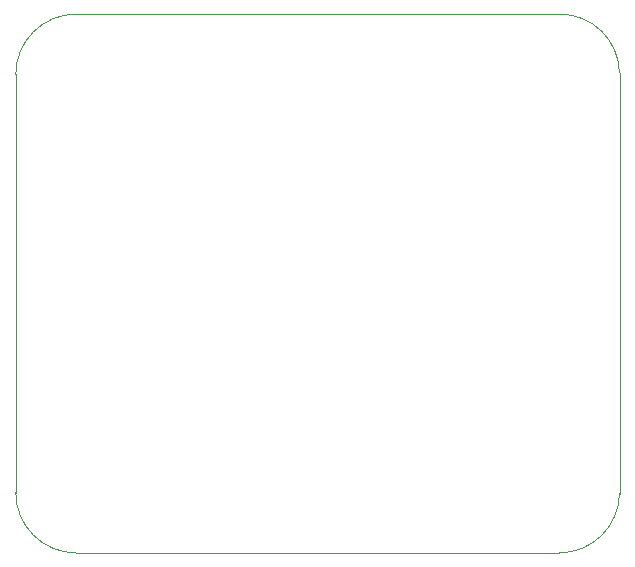
<source format=gbr>
%TF.GenerationSoftware,KiCad,Pcbnew,(7.0.0-0)*%
%TF.CreationDate,2023-03-31T14:52:11+11:00*%
%TF.ProjectId,Notecarrier-B,4e6f7465-6361-4727-9269-65722d422e6b,A*%
%TF.SameCoordinates,Original*%
%TF.FileFunction,Profile,NP*%
%FSLAX46Y46*%
G04 Gerber Fmt 4.6, Leading zero omitted, Abs format (unit mm)*
G04 Created by KiCad (PCBNEW (7.0.0-0)) date 2023-03-31 14:52:11*
%MOMM*%
%LPD*%
G01*
G04 APERTURE LIST*
%TA.AperFunction,Profile*%
%ADD10C,0.100000*%
%TD*%
G04 APERTURE END LIST*
D10*
X94890000Y-94890000D02*
G75*
G03*
X100000000Y-100000000I5110000J0D01*
G01*
X94890000Y-59490000D02*
X94890000Y-94890000D01*
X146010000Y-95000000D02*
X146010000Y-59340000D01*
X100000000Y-54380000D02*
G75*
G03*
X94890000Y-59490000I0J-5110000D01*
G01*
X100000000Y-100000000D02*
X140895000Y-100000000D01*
X140895000Y-99999984D02*
G75*
G03*
X146010000Y-95000000I1700J5114584D01*
G01*
X146009992Y-59340000D02*
G75*
G03*
X140950000Y-54380000I-5059992J-101000D01*
G01*
X140950000Y-54380000D02*
X100000000Y-54380000D01*
M02*

</source>
